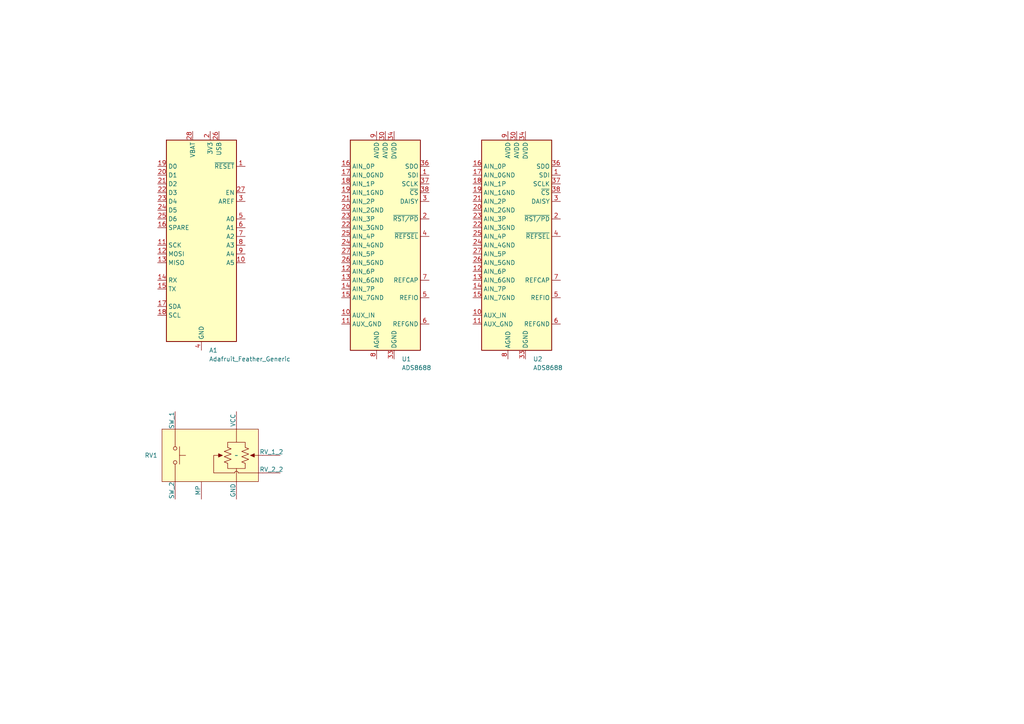
<source format=kicad_sch>
(kicad_sch (version 20230121) (generator eeschema)
  (paper "A4")
  (lib_symbols
    (symbol "Analog_ADC:ADS8688"
      (property "Reference" "U" (at -8.89 31.75 0))
      (property "Value" "ADS8688" (at 8.89 31.75 0))
      (symbol "ADS8688_0_1"
        (rectangle (start -10.16 30.48) (end 10.16 -30.48) (stroke (width 0.254)) (fill (type background)))
      )
      (symbol "ADS8688_1_1"
        (pin input line (at 12.7 20.32 180) (length 2.54) (name "SDI") (number "1"))
        (pin input line (at -12.7 -20.32 0) (length 2.54) (name "AUX_IN") (number "10"))
        (pin input line (at -12.7 -22.86 0) (length 2.54) (name "AUX_GND") (number "11"))
        (pin input line (at -12.7 -7.62 0) (length 2.54) (name "AIN_6P") (number "12"))
        (pin input line (at -12.7 -10.16 0) (length 2.54) (name "AIN_6GND") (number "13"))
        (pin input line (at -12.7 -12.7 0) (length 2.54) (name "AIN_7P") (number "14"))
        (pin input line (at -12.7 -15.24 0) (length 2.54) (name "AIN_7GND") (number "15"))
        (pin input line (at -12.7 22.86 0) (length 2.54) (name "AIN_0P") (number "16"))
        (pin input line (at -12.7 20.32 0) (length 2.54) (name "AIN_0GND") (number "17"))
        (pin input line (at -12.7 17.78 0) (length 2.54) (name "AIN_1P") (number "18"))
        (pin input line (at -12.7 15.24 0) (length 2.54) (name "AIN_1GND") (number "19"))
        (pin input line (at 12.7 7.62 180) (length 2.54) (name "~{RST/PD}") (number "2"))
        (pin input line (at -12.7 10.16 0) (length 2.54) (name "AIN_2GND") (number "20"))
        (pin input line (at -12.7 12.7 0) (length 2.54) (name "AIN_2P") (number "21"))
        (pin input line (at -12.7 5.08 0) (length 2.54) (name "AIN_3GND") (number "22"))
        (pin input line (at -12.7 7.62 0) (length 2.54) (name "AIN_3P") (number "23"))
        (pin input line (at -12.7 0 0) (length 2.54) (name "AIN_4GND") (number "24"))
        (pin input line (at -12.7 2.54 0) (length 2.54) (name "AIN_4P") (number "25"))
        (pin input line (at -12.7 -5.08 0) (length 2.54) (name "AIN_5GND") (number "26"))
        (pin input line (at -12.7 -2.54 0) (length 2.54) (name "AIN_5P") (number "27"))
        (pin passive line (at -2.54 -33.02 90) (length 2.54) hide (name "AGND") (number "28"))
        (pin passive line (at -2.54 -33.02 90) (length 2.54) hide (name "AGND") (number "29"))
        (pin input line (at 12.7 12.7 180) (length 2.54) (name "DAISY") (number "3"))
        (pin power_in line (at 0 33.02 270) (length 2.54) (name "AVDD") (number "30"))
        (pin passive line (at -2.54 -33.02 90) (length 2.54) hide (name "AGND") (number "31"))
        (pin passive line (at -2.54 -33.02 90) (length 2.54) hide (name "AGND") (number "32"))
        (pin power_in line (at 2.54 -33.02 90) (length 2.54) (name "DGND") (number "33"))
        (pin power_in line (at 2.54 33.02 270) (length 2.54) (name "DVDD") (number "34"))
        (pin no_connect line (at 10.16 -5.08 180) (length 2.54) hide (name "DNC") (number "35"))
        (pin output line (at 12.7 22.86 180) (length 2.54) (name "SDO") (number "36"))
        (pin input line (at 12.7 17.78 180) (length 2.54) (name "SCLK") (number "37"))
        (pin input line (at 12.7 15.24 180) (length 2.54) (name "~{CS}") (number "38"))
        (pin input line (at 12.7 2.54 180) (length 2.54) (name "~{REFSEL}") (number "4"))
        (pin passive line (at 12.7 -15.24 180) (length 2.54) (name "REFIO") (number "5"))
        (pin power_in line (at 12.7 -22.86 180) (length 2.54) (name "REFGND") (number "6"))
        (pin passive line (at 12.7 -10.16 180) (length 2.54) (name "REFCAP") (number "7"))
        (pin power_in line (at -2.54 -33.02 90) (length 2.54) (name "AGND") (number "8"))
        (pin power_in line (at -2.54 33.02 270) (length 2.54) (name "AVDD") (number "9"))
      )
    )
    (symbol "Device_MPP:RV142FPF-40B1" (pin_numbers hide) (pin_names (offset 0))
      (property "Reference" "RV" (at -5.08 8.89 0))
      (symbol "RV142FPF-40B1_0_1"
        (circle (center -10.16 -2.032) (radius 0.508))
        (circle (center -10.16 2.032) (radius 0.508))
        (polyline (pts (xy -10.16 -2.54) (xy -10.16 -7.62)))
        (polyline (pts (xy -10.16 2.54) (xy -10.16 7.62)))
        (polyline (pts (xy -8.89 -2.54) (xy -8.89 2.54)))
        (polyline (pts (xy -8.89 0) (xy -7.112 0)))
        (polyline (pts (xy 5.08 -2.286) (xy 5.08 -2.54)))
        (polyline (pts (xy 5.08 2.286) (xy 5.08 2.54)))
        (polyline (pts (xy 7.62 -3.81) (xy 7.62 -7.62)))
        (polyline (pts (xy 7.62 3.81) (xy 7.62 7.62)))
        (polyline (pts (xy 10.16 -2.286) (xy 10.16 -2.54)))
        (polyline (pts (xy 10.16 2.286) (xy 10.16 2.54)))
        (polyline (pts (xy 12.7 0) (xy 15.24 0)))
        (polyline (pts (xy 15.24 -5.08) (xy 8.128 -5.08)))
        (polyline (pts (xy 2.54 0) (xy 1.016 0) (xy 1.016 -5.08) (xy 7.112 -5.08)))
        (polyline (pts (xy 3.556 0) (xy 2.413 -0.508) (xy 2.413 0.508) (xy 3.556 0)) (fill (type outline)))
        (polyline (pts (xy 5.08 -2.54) (xy 5.08 -3.81) (xy 10.16 -3.81) (xy 10.16 -2.54)))
        (polyline (pts (xy 5.08 2.54) (xy 5.08 3.81) (xy 10.16 3.81) (xy 10.16 2.54)))
        (polyline (pts (xy 11.684 0) (xy 12.827 0.508) (xy 12.827 -0.508) (xy 11.684 0)) (fill (type outline)))
        (polyline (pts (xy 5.08 -0.762) (xy 6.096 -1.143) (xy 5.08 -1.524) (xy 4.064 -1.905) (xy 5.08 -2.286)))
        (polyline (pts (xy 5.08 0.762) (xy 6.096 0.381) (xy 5.08 0) (xy 4.064 -0.381) (xy 5.08 -0.762)))
        (polyline (pts (xy 5.08 2.286) (xy 6.096 1.905) (xy 5.08 1.524) (xy 4.064 1.143) (xy 5.08 0.762)))
        (polyline (pts (xy 10.16 -0.762) (xy 11.176 -1.143) (xy 10.16 -1.524) (xy 9.144 -1.905) (xy 10.16 -2.286)))
        (polyline (pts (xy 10.16 0.762) (xy 11.176 0.381) (xy 10.16 0) (xy 9.144 -0.381) (xy 10.16 -0.762)))
        (polyline (pts (xy 10.16 2.286) (xy 11.176 1.905) (xy 10.16 1.524) (xy 9.144 1.143) (xy 10.16 0.762)))
        (arc (start 7.62 -4.572) (mid 7.2608 -4.7208) (end 7.112 -5.08))
        (arc (start 8.128 -5.08) (mid 7.9792 -4.7208) (end 7.62 -4.572))
      )
      (symbol "RV142FPF-40B1_1_1"
        (rectangle (start -13.97 7.62) (end 13.97 -7.62) (fill (type background)))
        (pin passive line (at 7.62 -12.7 90) (length 5.08) (name "GND") (number "1"))
        (pin passive line (at 20.32 0 180) (length 5.08) (name "RV_1_2") (number "2"))
        (pin passive line (at 7.62 12.7 270) (length 5.08) (name "VCC") (number "3"))
        (pin passive line (at 20.32 -5.08 180) (length 5.08) (name "RV_2_2") (number "4"))
        (pin passive line (at -10.16 12.7 270) (length 5.08) (name "SW_1") (number "5"))
        (pin passive line (at -10.16 -12.7 90) (length 5.08) (name "SW_2") (number "6"))
        (pin passive line (at -2.54 -12.7 90) (length 5.08) (name "MP") (number "MP"))
      )
    )
    (symbol "MCU_Module:Adafruit_Feather_Generic"
      (property "Reference" "A" (at -10.16 29.21 0))
      (property "Value" "Adafruit_Feather_Generic" (at 2.54 -31.75 0))
      (symbol "Adafruit_Feather_Generic_0_1"
        (rectangle (start -10.16 27.94) (end 10.16 -30.48) (stroke (width 0.254)) (fill (type background)))
      )
      (symbol "Adafruit_Feather_Generic_1_1"
        (pin input line (at 12.7 20.32 180) (length 2.54) (name "~{RESET}") (number "1"))
        (pin bidirectional line (at 12.7 -7.62 180) (length 2.54) (name "A5") (number "10"))
        (pin bidirectional line (at -12.7 -2.54 0) (length 2.54) (name "SCK") (number "11"))
        (pin bidirectional line (at -12.7 -5.08 0) (length 2.54) (name "MOSI") (number "12"))
        (pin bidirectional line (at -12.7 -7.62 0) (length 2.54) (name "MISO") (number "13"))
        (pin bidirectional line (at -12.7 -12.7 0) (length 2.54) (name "RX") (number "14"))
        (pin bidirectional line (at -12.7 -15.24 0) (length 2.54) (name "TX") (number "15"))
        (pin bidirectional line (at -12.7 2.54 0) (length 2.54) (name "SPARE") (number "16"))
        (pin bidirectional line (at -12.7 -20.32 0) (length 2.54) (name "SDA") (number "17"))
        (pin bidirectional line (at -12.7 -22.86 0) (length 2.54) (name "SCL") (number "18"))
        (pin bidirectional line (at -12.7 20.32 0) (length 2.54) (name "D0") (number "19"))
        (pin power_in line (at 2.54 30.48 270) (length 2.54) (name "3V3") (number "2"))
        (pin bidirectional line (at -12.7 17.78 0) (length 2.54) (name "D1") (number "20"))
        (pin bidirectional line (at -12.7 15.24 0) (length 2.54) (name "D2") (number "21"))
        (pin bidirectional line (at -12.7 12.7 0) (length 2.54) (name "D3") (number "22"))
        (pin bidirectional line (at -12.7 10.16 0) (length 2.54) (name "D4") (number "23"))
        (pin bidirectional line (at -12.7 7.62 0) (length 2.54) (name "D5") (number "24"))
        (pin bidirectional line (at -12.7 5.08 0) (length 2.54) (name "D6") (number "25"))
        (pin power_in line (at 5.08 30.48 270) (length 2.54) (name "USB") (number "26"))
        (pin input line (at 12.7 12.7 180) (length 2.54) (name "EN") (number "27"))
        (pin power_in line (at -2.54 30.48 270) (length 2.54) (name "VBAT") (number "28"))
        (pin input line (at 12.7 10.16 180) (length 2.54) (name "AREF") (number "3"))
        (pin power_in line (at 0 -33.02 90) (length 2.54) (name "GND") (number "4"))
        (pin bidirectional line (at 12.7 5.08 180) (length 2.54) (name "A0") (number "5"))
        (pin bidirectional line (at 12.7 2.54 180) (length 2.54) (name "A1") (number "6"))
        (pin bidirectional line (at 12.7 0 180) (length 2.54) (name "A2") (number "7"))
        (pin bidirectional line (at 12.7 -2.54 180) (length 2.54) (name "A3") (number "8"))
        (pin bidirectional line (at 12.7 -5.08 180) (length 2.54) (name "A4") (number "9"))
      )
    )
  )
  (symbol (lib_id "Analog_ADC:ADS8688") (at 149.86 71.12 0) (unit 1)
    (property "Reference" "U2" (at 154.5941 104.14 0) (effects (justify left)))
    (property "Value" "ADS8688" (at 154.5941 106.68 0) (effects (justify left)))
    (property "Footprint" "Package_SO:TSSOP-38_4.4x9.7mm_P0.5mm" (effects hide))
    (property "Datasheet" "http://www.ti.com/lit/ds/symlink/ads8688.pdf" (effects hide))
  )
  (symbol (lib_id "Device_MPP:RV142FPF-40B1") (at 60.96 132.08 0) (unit 1)
    (property "Reference" "RV1" (at 45.72 132.08 0) (effects (justify right)))
    (property "Value" "~" (at 68.58 132.08 0))
    (property "Footprint" "Potentiometer_THT_MPP:RV142FPF-40B1" (effects hide))
    (property "Datasheet" "http://www.taiwanalpha.com/downloads?target=products&id=93" (effects hide))
  )
  (symbol (lib_id "MCU_Module:Adafruit_Feather_Generic") (at 58.42 68.58 0) (unit 1)
    (property "Reference" "A1" (at 60.6141 101.6 0) (effects (justify left)))
    (property "Value" "Adafruit_Feather_Generic" (at 60.6141 104.14 0) (effects (justify left)))
    (property "Footprint" "Module:Adafruit_Feather" (effects hide))
    (property "Datasheet" "https://cdn-learn.adafruit.com/downloads/pdf/adafruit-feather.pdf" (effects hide))
  )
  (symbol (lib_id "Analog_ADC:ADS8688") (at 111.76 71.12 0) (unit 1)
    (property "Reference" "U1" (at 116.4941 104.14 0) (effects (justify left)))
    (property "Value" "ADS8688" (at 116.4941 106.68 0) (effects (justify left)))
    (property "Footprint" "Package_SO:TSSOP-38_4.4x9.7mm_P0.5mm" (effects hide))
    (property "Datasheet" "http://www.ti.com/lit/ds/symlink/ads8688.pdf" (effects hide))
  )
)
</source>
